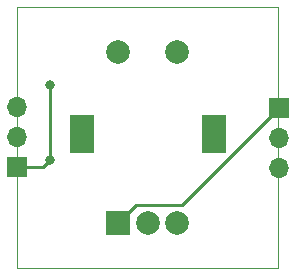
<source format=gbr>
G04 #@! TF.GenerationSoftware,KiCad,Pcbnew,(5.99.0-11522-g728b160719)*
G04 #@! TF.CreationDate,2021-07-25T18:34:51+10:00*
G04 #@! TF.ProjectId,Rotary Encoder,526f7461-7279-4204-956e-636f6465722e,rev?*
G04 #@! TF.SameCoordinates,Original*
G04 #@! TF.FileFunction,Copper,L2,Bot*
G04 #@! TF.FilePolarity,Positive*
%FSLAX46Y46*%
G04 Gerber Fmt 4.6, Leading zero omitted, Abs format (unit mm)*
G04 Created by KiCad (PCBNEW (5.99.0-11522-g728b160719)) date 2021-07-25 18:34:51*
%MOMM*%
%LPD*%
G01*
G04 APERTURE LIST*
G04 #@! TA.AperFunction,Profile*
%ADD10C,0.100000*%
G04 #@! TD*
G04 #@! TA.AperFunction,ComponentPad*
%ADD11R,2.000000X2.000000*%
G04 #@! TD*
G04 #@! TA.AperFunction,ComponentPad*
%ADD12C,2.000000*%
G04 #@! TD*
G04 #@! TA.AperFunction,ComponentPad*
%ADD13R,2.000000X3.200000*%
G04 #@! TD*
G04 #@! TA.AperFunction,ComponentPad*
%ADD14R,1.700000X1.700000*%
G04 #@! TD*
G04 #@! TA.AperFunction,ComponentPad*
%ADD15O,1.700000X1.700000*%
G04 #@! TD*
G04 #@! TA.AperFunction,ViaPad*
%ADD16C,0.800000*%
G04 #@! TD*
G04 #@! TA.AperFunction,Conductor*
%ADD17C,0.250000*%
G04 #@! TD*
G04 APERTURE END LIST*
D10*
X155702000Y-112522000D02*
X133604000Y-112522000D01*
X133604000Y-112522000D02*
X133604000Y-90424000D01*
X133604000Y-90424000D02*
X155702000Y-90424000D01*
X155702000Y-90424000D02*
X155702000Y-112522000D01*
D11*
G04 #@! TO.P,SW1,A,A*
G04 #@! TO.N,/A*
X142153000Y-108723000D03*
D12*
G04 #@! TO.P,SW1,B,B*
G04 #@! TO.N,/B*
X147153000Y-108723000D03*
G04 #@! TO.P,SW1,C,C*
G04 #@! TO.N,GND*
X144653000Y-108723000D03*
D13*
G04 #@! TO.P,SW1,MP*
G04 #@! TO.N,N/C*
X139053000Y-101223000D03*
X150253000Y-101223000D03*
D12*
G04 #@! TO.P,SW1,S1,S1*
G04 #@! TO.N,/SW*
X147153000Y-94223000D03*
G04 #@! TO.P,SW1,S2,S2*
G04 #@! TO.N,GND*
X142153000Y-94223000D03*
G04 #@! TD*
D14*
G04 #@! TO.P,J1,1,Pin_1*
G04 #@! TO.N,+3V3*
X133579000Y-103998000D03*
D15*
G04 #@! TO.P,J1,2,Pin_2*
G04 #@! TO.N,unconnected-(J1-Pad2)*
X133579000Y-101458000D03*
G04 #@! TO.P,J1,3,Pin_3*
G04 #@! TO.N,GND*
X133579000Y-98918000D03*
G04 #@! TD*
D14*
G04 #@! TO.P,J2,1,Pin_1*
G04 #@! TO.N,/A*
X155727000Y-98948000D03*
D15*
G04 #@! TO.P,J2,2,Pin_2*
G04 #@! TO.N,/SW*
X155727000Y-101488000D03*
G04 #@! TO.P,J2,3,Pin_3*
G04 #@! TO.N,/B*
X155727000Y-104028000D03*
G04 #@! TD*
D16*
G04 #@! TO.N,+3V3*
X136398000Y-103378000D03*
X136398000Y-97028000D03*
G04 #@! TD*
D17*
G04 #@! TO.N,+3V3*
X136398000Y-97028000D02*
X136398000Y-103378000D01*
X136398000Y-103378000D02*
X135778000Y-103998000D01*
X135778000Y-103998000D02*
X133729020Y-103998000D01*
G04 #@! TO.N,/A*
X147574000Y-107188000D02*
X155576980Y-99185020D01*
X143688000Y-107188000D02*
X147574000Y-107188000D01*
X155576980Y-99185020D02*
X155576980Y-98948000D01*
X142153000Y-108723000D02*
X143688000Y-107188000D01*
G04 #@! TD*
M02*

</source>
